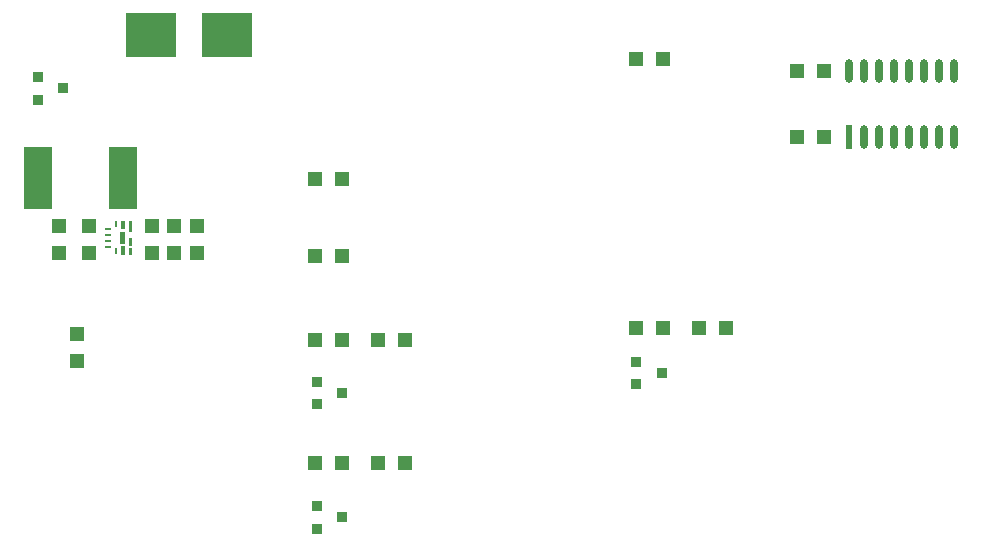
<source format=gtp>
G04*
G04 #@! TF.GenerationSoftware,Altium Limited,Altium Designer,22.10.1 (41)*
G04*
G04 Layer_Color=8421504*
%FSLAX23Y23*%
%MOIN*%
G70*
G04*
G04 #@! TF.SameCoordinates,9DCC93BE-6794-47A7-A240-529396958765*
G04*
G04*
G04 #@! TF.FilePolarity,Positive*
G04*
G01*
G75*
%ADD13O,0.024X0.080*%
%ADD14R,0.024X0.080*%
%ADD15R,0.050X0.050*%
%ADD16R,0.050X0.050*%
%ADD17R,0.036X0.036*%
%ADD18R,0.010X0.024*%
%ADD19R,0.024X0.010*%
%ADD20R,0.095X0.210*%
%ADD21R,0.167X0.150*%
G36*
X496Y1403D02*
X484D01*
Y1432D01*
X496D01*
Y1403D01*
D02*
G37*
G36*
X520Y1395D02*
X508D01*
Y1432D01*
X520D01*
Y1395D01*
D02*
G37*
G36*
X496Y1356D02*
X478D01*
Y1394D01*
X496D01*
Y1356D01*
D02*
G37*
G36*
X520Y1349D02*
X508D01*
Y1375D01*
X520D01*
Y1349D01*
D02*
G37*
G36*
X520Y1318D02*
X508D01*
Y1342D01*
X520D01*
Y1318D01*
D02*
G37*
G36*
X496D02*
X484D01*
Y1347D01*
X496D01*
Y1318D01*
D02*
G37*
D13*
X3260Y1710D02*
D03*
X3210D02*
D03*
X3160D02*
D03*
X3110D02*
D03*
X3060D02*
D03*
X3010D02*
D03*
X2960D02*
D03*
X3110Y1930D02*
D03*
X3160D02*
D03*
X3210D02*
D03*
X3260D02*
D03*
X2910D02*
D03*
X2960D02*
D03*
X3010D02*
D03*
X3060D02*
D03*
D14*
X2910Y1710D02*
D03*
D15*
X375Y1415D02*
D03*
Y1325D02*
D03*
X735Y1415D02*
D03*
Y1325D02*
D03*
X660Y1415D02*
D03*
Y1325D02*
D03*
X585Y1415D02*
D03*
Y1325D02*
D03*
X275Y1325D02*
D03*
Y1415D02*
D03*
X335Y965D02*
D03*
Y1055D02*
D03*
D16*
X1130Y1570D02*
D03*
X1220D02*
D03*
X1130Y1315D02*
D03*
X1220D02*
D03*
X1130Y625D02*
D03*
X1220D02*
D03*
X2200Y1075D02*
D03*
X2290D02*
D03*
X2410Y1075D02*
D03*
X2500D02*
D03*
X1430Y625D02*
D03*
X1340D02*
D03*
X1430Y1035D02*
D03*
X1340D02*
D03*
X1220Y1035D02*
D03*
X1130D02*
D03*
X2825Y1930D02*
D03*
X2735D02*
D03*
X2735Y1710D02*
D03*
X2825D02*
D03*
X2290Y1970D02*
D03*
X2200D02*
D03*
D17*
X2285Y925D02*
D03*
X2199Y888D02*
D03*
Y962D02*
D03*
X205Y1910D02*
D03*
Y1836D02*
D03*
X291Y1873D02*
D03*
X1135Y480D02*
D03*
Y406D02*
D03*
X1221Y443D02*
D03*
X1135Y894D02*
D03*
Y820D02*
D03*
X1221Y857D02*
D03*
D18*
X465Y1420D02*
D03*
Y1330D02*
D03*
D19*
X438Y1405D02*
D03*
Y1385D02*
D03*
Y1365D02*
D03*
Y1345D02*
D03*
D20*
X490Y1575D02*
D03*
X205D02*
D03*
D21*
X584Y2050D02*
D03*
X835D02*
D03*
M02*

</source>
